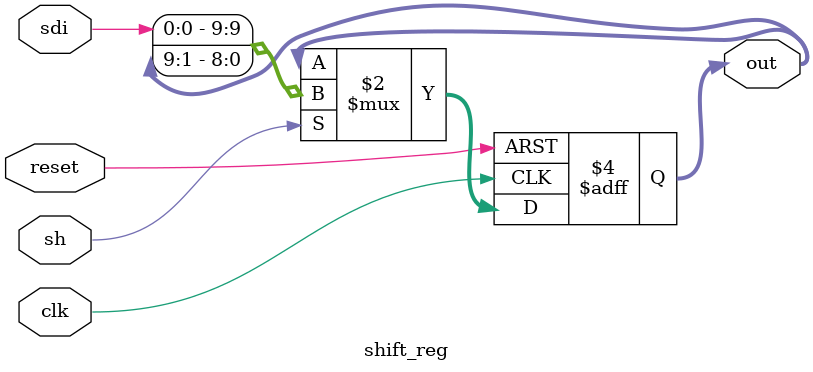
<source format=v>
`timescale 1ns / 1ps
module shift_reg(sh,sdi,clk,reset,out);
input sh,sdi,clk,reset;
output reg [9:0] out;

always @ (posedge clk, posedge reset)
	if (reset)
		out <= 10'b0;
	else if (sh)
		out <= {sdi,out[9:1]};




endmodule

</source>
